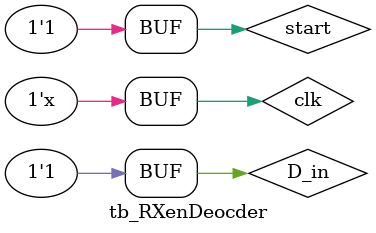
<source format=v>
`timescale 10ns / 1ns


module tb_RXenDeocder();
    reg clk = 0, start = 0;
    reg D_in = 0;     // input is Gray        
    
    wire [3: 0] D_out;     // output is BCD
    wire E;
    
    RXenDecoder RXenDecoder_test(.E(E), .D_out(D_out), .start(start), .D_in(D_in), .clk(clk));
    
    localparam CLKPERIOD = 10;
    always begin
        #(CLKPERIOD / 2) clk = ~clk;
    end
    
    initial begin   
        start = 0;
        D_in = 1;
        #20; start = 1; D_in = 1;
        #10; D_in = 1; #10; D_in = 0; #10; D_in = 1;
        // $display("msg from tb:1011 sent...");

        #20; D_in = 0; #10; D_in = 0; #10; D_in = 1; #10; D_in = 1;
        // $display("msg from tb:1100 sent...");
    
        #20; D_in = 0; #10; D_in = 1; #10; D_in = 1; #10; D_in = 0;
        // $display("msg from tb:0110 sent...");
        //if(D_out != 4'b0010) $display("1101 failed...");
        #20; D_in = 1; #10; D_in = 1; #10; D_in = 1; #10; D_in = 1;
        // $display("msg from tb:1111 sent...");
    end
endmodule

</source>
